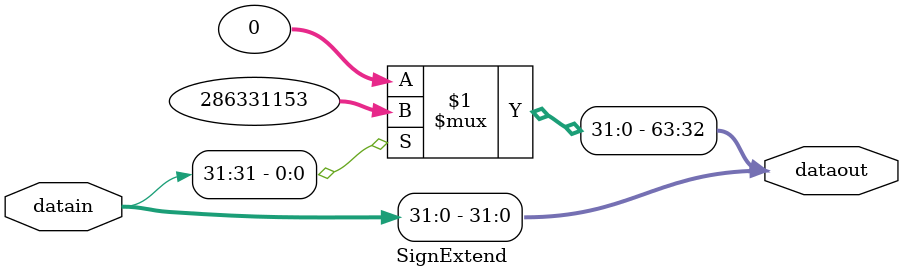
<source format=v>
module SignExtend(input [31:0]datain,output [63:0]dataout);
  assign dataout[31:0]=datain;
  assign dataout[63:32]=datain[31]?32'h11111111:32'h00000000;
endmodule

</source>
